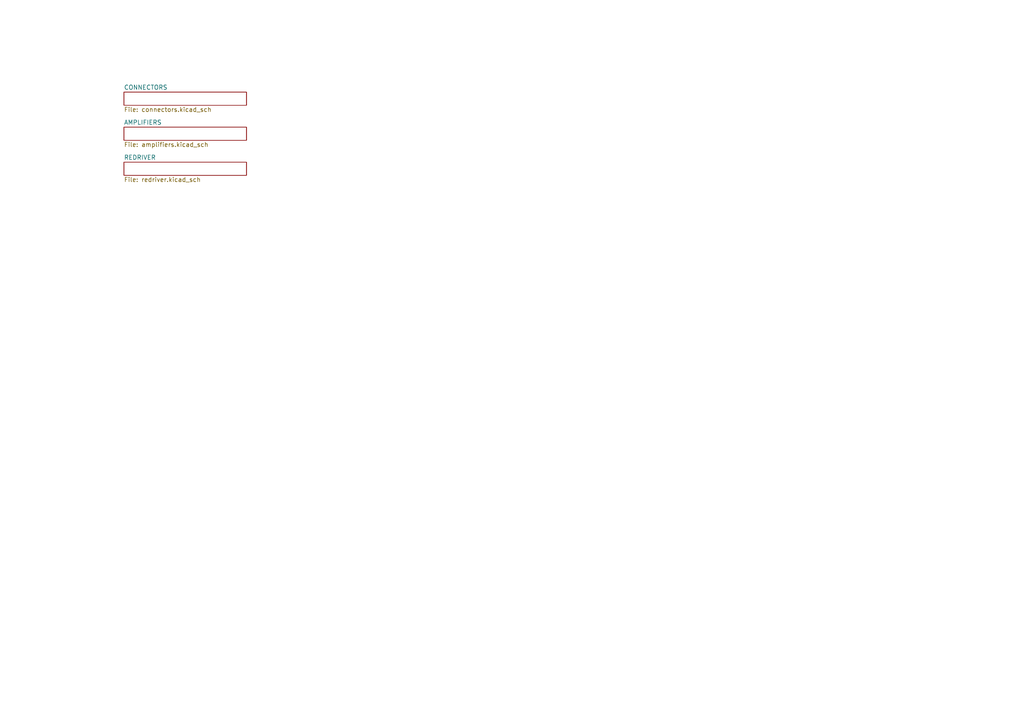
<source format=kicad_sch>
(kicad_sch (version 20200714) (host eeschema "(5.99.0-2858-ga3fc028c9b)")
  (page 2 5)
  (paper "A4")
  (title_block (title "EDSCH0003-V2") (date "07/10/2019") (rev "A") (comment 1 "VeSPA - PCIe INTERPOSER"))
  (lib_symbols)
  (sheet (at 35.941 36.8808) (size 35.56 3.81)
    (property "Sheet name" "AMPLIFIERS" (at 35.941 36.2453 0) (effects (justify left bottom)))
    (property "Sheet file" "amplifiers.kicad_sch" (at 35.941 41.1993 0) (effects (justify left top)))
  )
  (sheet (at 35.941 26.7208) (size 35.56 3.81)
    (property "Sheet name" "CONNECTORS" (at 35.941 26.0853 0) (effects (justify left bottom)))
    (property "Sheet file" "connectors.kicad_sch" (at 35.941 31.0393 0) (effects (justify left top)))
  )
  (sheet (at 35.941 47.0408) (size 35.56 3.81)
    (property "Sheet name" "REDRIVER" (at 35.941 46.4053 0) (effects (justify left bottom)))
    (property "Sheet file" "redriver.kicad_sch" (at 35.941 51.3593 0) (effects (justify left top)))
  )
)
</source>
